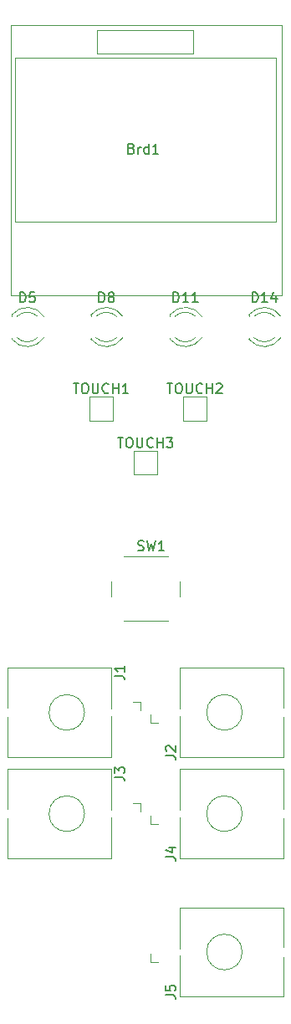
<source format=gto>
%TF.GenerationSoftware,KiCad,Pcbnew,(5.1.6)-1*%
%TF.CreationDate,2021-08-09T18:08:13+02:00*%
%TF.ProjectId,4ch_Sampler_comtrol,3463685f-5361-46d7-906c-65725f636f6d,rev?*%
%TF.SameCoordinates,Original*%
%TF.FileFunction,Legend,Top*%
%TF.FilePolarity,Positive*%
%FSLAX46Y46*%
G04 Gerber Fmt 4.6, Leading zero omitted, Abs format (unit mm)*
G04 Created by KiCad (PCBNEW (5.1.6)-1) date 2021-08-09 18:08:13*
%MOMM*%
%LPD*%
G01*
G04 APERTURE LIST*
%ADD10C,0.120000*%
%ADD11C,0.150000*%
G04 APERTURE END LIST*
D10*
%TO.C,TOUCH3*%
X148800000Y-86200000D02*
X148800000Y-83800000D01*
X151200000Y-86200000D02*
X148800000Y-86200000D01*
X151200000Y-83800000D02*
X151200000Y-86200000D01*
X148800000Y-83800000D02*
X151200000Y-83800000D01*
%TO.C,TOUCH2*%
X153800000Y-78300000D02*
X156200000Y-78300000D01*
X156200000Y-78300000D02*
X156200000Y-80700000D01*
X156200000Y-80700000D02*
X153800000Y-80700000D01*
X153800000Y-80700000D02*
X153800000Y-78300000D01*
%TO.C,TOUCH1*%
X144300000Y-80700000D02*
X144300000Y-78300000D01*
X146700000Y-80700000D02*
X144300000Y-80700000D01*
X146700000Y-78300000D02*
X146700000Y-80700000D01*
X144300000Y-78300000D02*
X146700000Y-78300000D01*
%TO.C,SW1*%
X153500000Y-98500000D02*
X153500000Y-97000000D01*
X152250000Y-94500000D02*
X147750000Y-94500000D01*
X146500000Y-97000000D02*
X146500000Y-98500000D01*
X147750000Y-101000000D02*
X152250000Y-101000000D01*
%TO.C,J5*%
X153480000Y-139000000D02*
X163980000Y-139000000D01*
X153480000Y-130000000D02*
X163980000Y-130000000D01*
X163980000Y-130000000D02*
X163980000Y-134000000D01*
X163980000Y-135000000D02*
X163980000Y-139000000D01*
X153480000Y-130000000D02*
X153480000Y-134150000D01*
X153480000Y-134850000D02*
X153480000Y-139000000D01*
X159780000Y-134500000D02*
G75*
G03*
X159780000Y-134500000I-1800000J0D01*
G01*
X150500000Y-135560000D02*
X151300000Y-135560000D01*
X150500000Y-135560000D02*
X150500000Y-134700000D01*
%TO.C,J4*%
X153480000Y-125000000D02*
X163980000Y-125000000D01*
X153480000Y-116000000D02*
X163980000Y-116000000D01*
X163980000Y-116000000D02*
X163980000Y-120000000D01*
X163980000Y-121000000D02*
X163980000Y-125000000D01*
X153480000Y-116000000D02*
X153480000Y-120150000D01*
X153480000Y-120850000D02*
X153480000Y-125000000D01*
X159780000Y-120500000D02*
G75*
G03*
X159780000Y-120500000I-1800000J0D01*
G01*
X150500000Y-121560000D02*
X151300000Y-121560000D01*
X150500000Y-121560000D02*
X150500000Y-120700000D01*
%TO.C,J3*%
X146520000Y-116000000D02*
X136020000Y-116000000D01*
X146520000Y-125000000D02*
X136020000Y-125000000D01*
X136020000Y-125000000D02*
X136020000Y-121000000D01*
X136020000Y-120000000D02*
X136020000Y-116000000D01*
X146520000Y-125000000D02*
X146520000Y-120850000D01*
X146520000Y-120150000D02*
X146520000Y-116000000D01*
X143820000Y-120500000D02*
G75*
G03*
X143820000Y-120500000I-1800000J0D01*
G01*
X149500000Y-119440000D02*
X148700000Y-119440000D01*
X149500000Y-119440000D02*
X149500000Y-120300000D01*
%TO.C,J2*%
X153480000Y-114750000D02*
X163980000Y-114750000D01*
X153480000Y-105750000D02*
X163980000Y-105750000D01*
X163980000Y-105750000D02*
X163980000Y-109750000D01*
X163980000Y-110750000D02*
X163980000Y-114750000D01*
X153480000Y-105750000D02*
X153480000Y-109900000D01*
X153480000Y-110600000D02*
X153480000Y-114750000D01*
X159780000Y-110250000D02*
G75*
G03*
X159780000Y-110250000I-1800000J0D01*
G01*
X150500000Y-111310000D02*
X151300000Y-111310000D01*
X150500000Y-111310000D02*
X150500000Y-110450000D01*
%TO.C,J1*%
X146520000Y-105750000D02*
X136020000Y-105750000D01*
X146520000Y-114750000D02*
X136020000Y-114750000D01*
X136020000Y-114750000D02*
X136020000Y-110750000D01*
X136020000Y-109750000D02*
X136020000Y-105750000D01*
X146520000Y-114750000D02*
X146520000Y-110600000D01*
X146520000Y-109900000D02*
X146520000Y-105750000D01*
X143820000Y-110250000D02*
G75*
G03*
X143820000Y-110250000I-1800000J0D01*
G01*
X149500000Y-109190000D02*
X148700000Y-109190000D01*
X149500000Y-109190000D02*
X149500000Y-110050000D01*
%TO.C,D14*%
X160460000Y-70014000D02*
X160460000Y-70170000D01*
X160460000Y-72330000D02*
X160460000Y-72486000D01*
X163061130Y-72329837D02*
G75*
G02*
X160979039Y-72330000I-1041130J1079837D01*
G01*
X163061130Y-70170163D02*
G75*
G03*
X160979039Y-70170000I-1041130J-1079837D01*
G01*
X163692335Y-72328608D02*
G75*
G02*
X160460000Y-72485516I-1672335J1078608D01*
G01*
X163692335Y-70171392D02*
G75*
G03*
X160460000Y-70014484I-1672335J-1078608D01*
G01*
%TO.C,D11*%
X152460000Y-70014000D02*
X152460000Y-70170000D01*
X152460000Y-72330000D02*
X152460000Y-72486000D01*
X155061130Y-72329837D02*
G75*
G02*
X152979039Y-72330000I-1041130J1079837D01*
G01*
X155061130Y-70170163D02*
G75*
G03*
X152979039Y-70170000I-1041130J-1079837D01*
G01*
X155692335Y-72328608D02*
G75*
G02*
X152460000Y-72485516I-1672335J1078608D01*
G01*
X155692335Y-70171392D02*
G75*
G03*
X152460000Y-70014484I-1672335J-1078608D01*
G01*
%TO.C,D8*%
X144460000Y-70014000D02*
X144460000Y-70170000D01*
X144460000Y-72330000D02*
X144460000Y-72486000D01*
X147061130Y-72329837D02*
G75*
G02*
X144979039Y-72330000I-1041130J1079837D01*
G01*
X147061130Y-70170163D02*
G75*
G03*
X144979039Y-70170000I-1041130J-1079837D01*
G01*
X147692335Y-72328608D02*
G75*
G02*
X144460000Y-72485516I-1672335J1078608D01*
G01*
X147692335Y-70171392D02*
G75*
G03*
X144460000Y-70014484I-1672335J-1078608D01*
G01*
%TO.C,D5*%
X136460000Y-70014000D02*
X136460000Y-70170000D01*
X136460000Y-72330000D02*
X136460000Y-72486000D01*
X139061130Y-72329837D02*
G75*
G02*
X136979039Y-72330000I-1041130J1079837D01*
G01*
X139061130Y-70170163D02*
G75*
G03*
X136979039Y-70170000I-1041130J-1079837D01*
G01*
X139692335Y-72328608D02*
G75*
G02*
X136460000Y-72485516I-1672335J1078608D01*
G01*
X139692335Y-70171392D02*
G75*
G03*
X136460000Y-70014484I-1672335J-1078608D01*
G01*
%TO.C,Brd1*%
X163212000Y-43983000D02*
X162958000Y-43995000D01*
X163212000Y-60620000D02*
X163212000Y-43983000D01*
X159872000Y-60595000D02*
X163212000Y-60620000D01*
X159872000Y-43995000D02*
X162958000Y-43995000D01*
X145051000Y-41189000D02*
X145051000Y-43602000D01*
X154830000Y-43602000D02*
X145051000Y-43602000D01*
X154830000Y-41189000D02*
X154830000Y-43602000D01*
X145051000Y-41189000D02*
X154830000Y-41189000D01*
X136772000Y-43995000D02*
X159872000Y-43995000D01*
X136772000Y-60595000D02*
X136772000Y-43995000D01*
X159872000Y-60595000D02*
X136772000Y-60595000D01*
X136350000Y-68000000D02*
X136350000Y-40700000D01*
X163750000Y-68000000D02*
X136350000Y-68000000D01*
X163750000Y-40700000D02*
X163750000Y-68000000D01*
X136350000Y-40700000D02*
X163750000Y-40700000D01*
%TO.C,TOUCH3*%
D11*
X147166666Y-82454380D02*
X147738095Y-82454380D01*
X147452380Y-83454380D02*
X147452380Y-82454380D01*
X148261904Y-82454380D02*
X148452380Y-82454380D01*
X148547619Y-82502000D01*
X148642857Y-82597238D01*
X148690476Y-82787714D01*
X148690476Y-83121047D01*
X148642857Y-83311523D01*
X148547619Y-83406761D01*
X148452380Y-83454380D01*
X148261904Y-83454380D01*
X148166666Y-83406761D01*
X148071428Y-83311523D01*
X148023809Y-83121047D01*
X148023809Y-82787714D01*
X148071428Y-82597238D01*
X148166666Y-82502000D01*
X148261904Y-82454380D01*
X149119047Y-82454380D02*
X149119047Y-83263904D01*
X149166666Y-83359142D01*
X149214285Y-83406761D01*
X149309523Y-83454380D01*
X149500000Y-83454380D01*
X149595238Y-83406761D01*
X149642857Y-83359142D01*
X149690476Y-83263904D01*
X149690476Y-82454380D01*
X150738095Y-83359142D02*
X150690476Y-83406761D01*
X150547619Y-83454380D01*
X150452380Y-83454380D01*
X150309523Y-83406761D01*
X150214285Y-83311523D01*
X150166666Y-83216285D01*
X150119047Y-83025809D01*
X150119047Y-82882952D01*
X150166666Y-82692476D01*
X150214285Y-82597238D01*
X150309523Y-82502000D01*
X150452380Y-82454380D01*
X150547619Y-82454380D01*
X150690476Y-82502000D01*
X150738095Y-82549619D01*
X151166666Y-83454380D02*
X151166666Y-82454380D01*
X151166666Y-82930571D02*
X151738095Y-82930571D01*
X151738095Y-83454380D02*
X151738095Y-82454380D01*
X152119047Y-82454380D02*
X152738095Y-82454380D01*
X152404761Y-82835333D01*
X152547619Y-82835333D01*
X152642857Y-82882952D01*
X152690476Y-82930571D01*
X152738095Y-83025809D01*
X152738095Y-83263904D01*
X152690476Y-83359142D01*
X152642857Y-83406761D01*
X152547619Y-83454380D01*
X152261904Y-83454380D01*
X152166666Y-83406761D01*
X152119047Y-83359142D01*
%TO.C,TOUCH2*%
X152166666Y-76954380D02*
X152738095Y-76954380D01*
X152452380Y-77954380D02*
X152452380Y-76954380D01*
X153261904Y-76954380D02*
X153452380Y-76954380D01*
X153547619Y-77002000D01*
X153642857Y-77097238D01*
X153690476Y-77287714D01*
X153690476Y-77621047D01*
X153642857Y-77811523D01*
X153547619Y-77906761D01*
X153452380Y-77954380D01*
X153261904Y-77954380D01*
X153166666Y-77906761D01*
X153071428Y-77811523D01*
X153023809Y-77621047D01*
X153023809Y-77287714D01*
X153071428Y-77097238D01*
X153166666Y-77002000D01*
X153261904Y-76954380D01*
X154119047Y-76954380D02*
X154119047Y-77763904D01*
X154166666Y-77859142D01*
X154214285Y-77906761D01*
X154309523Y-77954380D01*
X154500000Y-77954380D01*
X154595238Y-77906761D01*
X154642857Y-77859142D01*
X154690476Y-77763904D01*
X154690476Y-76954380D01*
X155738095Y-77859142D02*
X155690476Y-77906761D01*
X155547619Y-77954380D01*
X155452380Y-77954380D01*
X155309523Y-77906761D01*
X155214285Y-77811523D01*
X155166666Y-77716285D01*
X155119047Y-77525809D01*
X155119047Y-77382952D01*
X155166666Y-77192476D01*
X155214285Y-77097238D01*
X155309523Y-77002000D01*
X155452380Y-76954380D01*
X155547619Y-76954380D01*
X155690476Y-77002000D01*
X155738095Y-77049619D01*
X156166666Y-77954380D02*
X156166666Y-76954380D01*
X156166666Y-77430571D02*
X156738095Y-77430571D01*
X156738095Y-77954380D02*
X156738095Y-76954380D01*
X157166666Y-77049619D02*
X157214285Y-77002000D01*
X157309523Y-76954380D01*
X157547619Y-76954380D01*
X157642857Y-77002000D01*
X157690476Y-77049619D01*
X157738095Y-77144857D01*
X157738095Y-77240095D01*
X157690476Y-77382952D01*
X157119047Y-77954380D01*
X157738095Y-77954380D01*
%TO.C,TOUCH1*%
X142666666Y-76954380D02*
X143238095Y-76954380D01*
X142952380Y-77954380D02*
X142952380Y-76954380D01*
X143761904Y-76954380D02*
X143952380Y-76954380D01*
X144047619Y-77002000D01*
X144142857Y-77097238D01*
X144190476Y-77287714D01*
X144190476Y-77621047D01*
X144142857Y-77811523D01*
X144047619Y-77906761D01*
X143952380Y-77954380D01*
X143761904Y-77954380D01*
X143666666Y-77906761D01*
X143571428Y-77811523D01*
X143523809Y-77621047D01*
X143523809Y-77287714D01*
X143571428Y-77097238D01*
X143666666Y-77002000D01*
X143761904Y-76954380D01*
X144619047Y-76954380D02*
X144619047Y-77763904D01*
X144666666Y-77859142D01*
X144714285Y-77906761D01*
X144809523Y-77954380D01*
X145000000Y-77954380D01*
X145095238Y-77906761D01*
X145142857Y-77859142D01*
X145190476Y-77763904D01*
X145190476Y-76954380D01*
X146238095Y-77859142D02*
X146190476Y-77906761D01*
X146047619Y-77954380D01*
X145952380Y-77954380D01*
X145809523Y-77906761D01*
X145714285Y-77811523D01*
X145666666Y-77716285D01*
X145619047Y-77525809D01*
X145619047Y-77382952D01*
X145666666Y-77192476D01*
X145714285Y-77097238D01*
X145809523Y-77002000D01*
X145952380Y-76954380D01*
X146047619Y-76954380D01*
X146190476Y-77002000D01*
X146238095Y-77049619D01*
X146666666Y-77954380D02*
X146666666Y-76954380D01*
X146666666Y-77430571D02*
X147238095Y-77430571D01*
X147238095Y-77954380D02*
X147238095Y-76954380D01*
X148238095Y-77954380D02*
X147666666Y-77954380D01*
X147952380Y-77954380D02*
X147952380Y-76954380D01*
X147857142Y-77097238D01*
X147761904Y-77192476D01*
X147666666Y-77240095D01*
%TO.C,SW1*%
X149226666Y-93824761D02*
X149369523Y-93872380D01*
X149607619Y-93872380D01*
X149702857Y-93824761D01*
X149750476Y-93777142D01*
X149798095Y-93681904D01*
X149798095Y-93586666D01*
X149750476Y-93491428D01*
X149702857Y-93443809D01*
X149607619Y-93396190D01*
X149417142Y-93348571D01*
X149321904Y-93300952D01*
X149274285Y-93253333D01*
X149226666Y-93158095D01*
X149226666Y-93062857D01*
X149274285Y-92967619D01*
X149321904Y-92920000D01*
X149417142Y-92872380D01*
X149655238Y-92872380D01*
X149798095Y-92920000D01*
X150131428Y-92872380D02*
X150369523Y-93872380D01*
X150560000Y-93158095D01*
X150750476Y-93872380D01*
X150988571Y-92872380D01*
X151893333Y-93872380D02*
X151321904Y-93872380D01*
X151607619Y-93872380D02*
X151607619Y-92872380D01*
X151512380Y-93015238D01*
X151417142Y-93110476D01*
X151321904Y-93158095D01*
%TO.C,J5*%
X152032380Y-138863333D02*
X152746666Y-138863333D01*
X152889523Y-138910952D01*
X152984761Y-139006190D01*
X153032380Y-139149047D01*
X153032380Y-139244285D01*
X152032380Y-137910952D02*
X152032380Y-138387142D01*
X152508571Y-138434761D01*
X152460952Y-138387142D01*
X152413333Y-138291904D01*
X152413333Y-138053809D01*
X152460952Y-137958571D01*
X152508571Y-137910952D01*
X152603809Y-137863333D01*
X152841904Y-137863333D01*
X152937142Y-137910952D01*
X152984761Y-137958571D01*
X153032380Y-138053809D01*
X153032380Y-138291904D01*
X152984761Y-138387142D01*
X152937142Y-138434761D01*
%TO.C,J4*%
X152032380Y-124863333D02*
X152746666Y-124863333D01*
X152889523Y-124910952D01*
X152984761Y-125006190D01*
X153032380Y-125149047D01*
X153032380Y-125244285D01*
X152365714Y-123958571D02*
X153032380Y-123958571D01*
X151984761Y-124196666D02*
X152699047Y-124434761D01*
X152699047Y-123815714D01*
%TO.C,J3*%
X146872380Y-116803333D02*
X147586666Y-116803333D01*
X147729523Y-116850952D01*
X147824761Y-116946190D01*
X147872380Y-117089047D01*
X147872380Y-117184285D01*
X146872380Y-116422380D02*
X146872380Y-115803333D01*
X147253333Y-116136666D01*
X147253333Y-115993809D01*
X147300952Y-115898571D01*
X147348571Y-115850952D01*
X147443809Y-115803333D01*
X147681904Y-115803333D01*
X147777142Y-115850952D01*
X147824761Y-115898571D01*
X147872380Y-115993809D01*
X147872380Y-116279523D01*
X147824761Y-116374761D01*
X147777142Y-116422380D01*
%TO.C,J2*%
X152032380Y-114613333D02*
X152746666Y-114613333D01*
X152889523Y-114660952D01*
X152984761Y-114756190D01*
X153032380Y-114899047D01*
X153032380Y-114994285D01*
X152127619Y-114184761D02*
X152080000Y-114137142D01*
X152032380Y-114041904D01*
X152032380Y-113803809D01*
X152080000Y-113708571D01*
X152127619Y-113660952D01*
X152222857Y-113613333D01*
X152318095Y-113613333D01*
X152460952Y-113660952D01*
X153032380Y-114232380D01*
X153032380Y-113613333D01*
%TO.C,J1*%
X146872380Y-106553333D02*
X147586666Y-106553333D01*
X147729523Y-106600952D01*
X147824761Y-106696190D01*
X147872380Y-106839047D01*
X147872380Y-106934285D01*
X147872380Y-105553333D02*
X147872380Y-106124761D01*
X147872380Y-105839047D02*
X146872380Y-105839047D01*
X147015238Y-105934285D01*
X147110476Y-106029523D01*
X147158095Y-106124761D01*
%TO.C,D14*%
X160805714Y-68742380D02*
X160805714Y-67742380D01*
X161043809Y-67742380D01*
X161186666Y-67790000D01*
X161281904Y-67885238D01*
X161329523Y-67980476D01*
X161377142Y-68170952D01*
X161377142Y-68313809D01*
X161329523Y-68504285D01*
X161281904Y-68599523D01*
X161186666Y-68694761D01*
X161043809Y-68742380D01*
X160805714Y-68742380D01*
X162329523Y-68742380D02*
X161758095Y-68742380D01*
X162043809Y-68742380D02*
X162043809Y-67742380D01*
X161948571Y-67885238D01*
X161853333Y-67980476D01*
X161758095Y-68028095D01*
X163186666Y-68075714D02*
X163186666Y-68742380D01*
X162948571Y-67694761D02*
X162710476Y-68409047D01*
X163329523Y-68409047D01*
%TO.C,D11*%
X152805714Y-68742380D02*
X152805714Y-67742380D01*
X153043809Y-67742380D01*
X153186666Y-67790000D01*
X153281904Y-67885238D01*
X153329523Y-67980476D01*
X153377142Y-68170952D01*
X153377142Y-68313809D01*
X153329523Y-68504285D01*
X153281904Y-68599523D01*
X153186666Y-68694761D01*
X153043809Y-68742380D01*
X152805714Y-68742380D01*
X154329523Y-68742380D02*
X153758095Y-68742380D01*
X154043809Y-68742380D02*
X154043809Y-67742380D01*
X153948571Y-67885238D01*
X153853333Y-67980476D01*
X153758095Y-68028095D01*
X155281904Y-68742380D02*
X154710476Y-68742380D01*
X154996190Y-68742380D02*
X154996190Y-67742380D01*
X154900952Y-67885238D01*
X154805714Y-67980476D01*
X154710476Y-68028095D01*
%TO.C,D8*%
X145281904Y-68742380D02*
X145281904Y-67742380D01*
X145520000Y-67742380D01*
X145662857Y-67790000D01*
X145758095Y-67885238D01*
X145805714Y-67980476D01*
X145853333Y-68170952D01*
X145853333Y-68313809D01*
X145805714Y-68504285D01*
X145758095Y-68599523D01*
X145662857Y-68694761D01*
X145520000Y-68742380D01*
X145281904Y-68742380D01*
X146424761Y-68170952D02*
X146329523Y-68123333D01*
X146281904Y-68075714D01*
X146234285Y-67980476D01*
X146234285Y-67932857D01*
X146281904Y-67837619D01*
X146329523Y-67790000D01*
X146424761Y-67742380D01*
X146615238Y-67742380D01*
X146710476Y-67790000D01*
X146758095Y-67837619D01*
X146805714Y-67932857D01*
X146805714Y-67980476D01*
X146758095Y-68075714D01*
X146710476Y-68123333D01*
X146615238Y-68170952D01*
X146424761Y-68170952D01*
X146329523Y-68218571D01*
X146281904Y-68266190D01*
X146234285Y-68361428D01*
X146234285Y-68551904D01*
X146281904Y-68647142D01*
X146329523Y-68694761D01*
X146424761Y-68742380D01*
X146615238Y-68742380D01*
X146710476Y-68694761D01*
X146758095Y-68647142D01*
X146805714Y-68551904D01*
X146805714Y-68361428D01*
X146758095Y-68266190D01*
X146710476Y-68218571D01*
X146615238Y-68170952D01*
%TO.C,D5*%
X137281904Y-68742380D02*
X137281904Y-67742380D01*
X137520000Y-67742380D01*
X137662857Y-67790000D01*
X137758095Y-67885238D01*
X137805714Y-67980476D01*
X137853333Y-68170952D01*
X137853333Y-68313809D01*
X137805714Y-68504285D01*
X137758095Y-68599523D01*
X137662857Y-68694761D01*
X137520000Y-68742380D01*
X137281904Y-68742380D01*
X138758095Y-67742380D02*
X138281904Y-67742380D01*
X138234285Y-68218571D01*
X138281904Y-68170952D01*
X138377142Y-68123333D01*
X138615238Y-68123333D01*
X138710476Y-68170952D01*
X138758095Y-68218571D01*
X138805714Y-68313809D01*
X138805714Y-68551904D01*
X138758095Y-68647142D01*
X138710476Y-68694761D01*
X138615238Y-68742380D01*
X138377142Y-68742380D01*
X138281904Y-68694761D01*
X138234285Y-68647142D01*
%TO.C,Brd1*%
X148583333Y-53182571D02*
X148726190Y-53230190D01*
X148773809Y-53277809D01*
X148821428Y-53373047D01*
X148821428Y-53515904D01*
X148773809Y-53611142D01*
X148726190Y-53658761D01*
X148630952Y-53706380D01*
X148250000Y-53706380D01*
X148250000Y-52706380D01*
X148583333Y-52706380D01*
X148678571Y-52754000D01*
X148726190Y-52801619D01*
X148773809Y-52896857D01*
X148773809Y-52992095D01*
X148726190Y-53087333D01*
X148678571Y-53134952D01*
X148583333Y-53182571D01*
X148250000Y-53182571D01*
X149250000Y-53706380D02*
X149250000Y-53039714D01*
X149250000Y-53230190D02*
X149297619Y-53134952D01*
X149345238Y-53087333D01*
X149440476Y-53039714D01*
X149535714Y-53039714D01*
X150297619Y-53706380D02*
X150297619Y-52706380D01*
X150297619Y-53658761D02*
X150202380Y-53706380D01*
X150011904Y-53706380D01*
X149916666Y-53658761D01*
X149869047Y-53611142D01*
X149821428Y-53515904D01*
X149821428Y-53230190D01*
X149869047Y-53134952D01*
X149916666Y-53087333D01*
X150011904Y-53039714D01*
X150202380Y-53039714D01*
X150297619Y-53087333D01*
X151297619Y-53706380D02*
X150726190Y-53706380D01*
X151011904Y-53706380D02*
X151011904Y-52706380D01*
X150916666Y-52849238D01*
X150821428Y-52944476D01*
X150726190Y-52992095D01*
%TD*%
M02*

</source>
